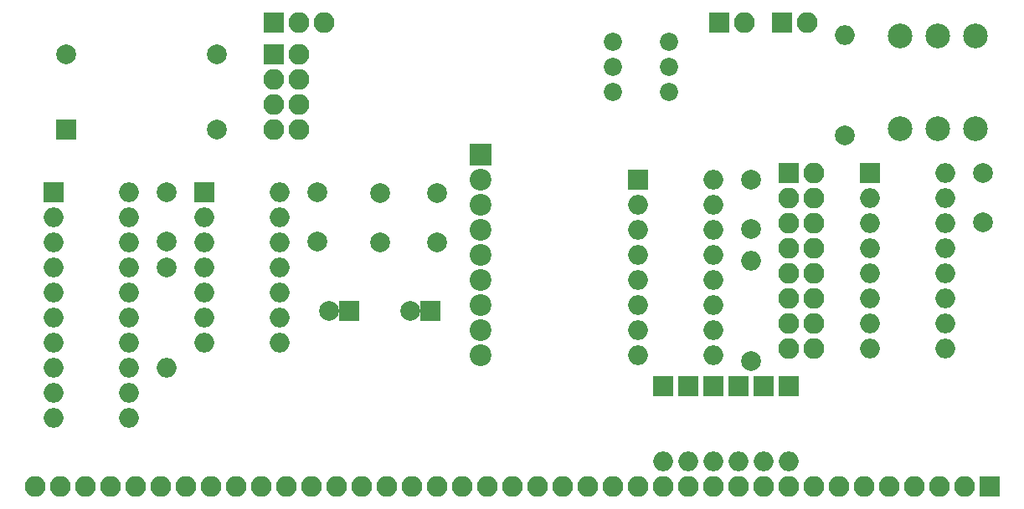
<source format=gbs>
G04 #@! TF.FileFunction,Soldermask,Bot*
%FSLAX46Y46*%
G04 Gerber Fmt 4.6, Leading zero omitted, Abs format (unit mm)*
G04 Created by KiCad (PCBNEW 4.0.6) date 06/14/17 01:05:27*
%MOMM*%
%LPD*%
G01*
G04 APERTURE LIST*
%ADD10C,0.100000*%
%ADD11C,2.000000*%
%ADD12R,2.000000X2.000000*%
%ADD13O,2.000000X2.000000*%
%ADD14R,2.100000X2.100000*%
%ADD15O,2.100000X2.100000*%
%ADD16C,2.500000*%
%ADD17R,2.200000X2.200000*%
%ADD18C,2.200000*%
%ADD19C,1.840000*%
G04 APERTURE END LIST*
D10*
D11*
X213995000Y-101600000D03*
X213995000Y-106600000D03*
D12*
X202565000Y-101600000D03*
D13*
X210185000Y-119380000D03*
X202565000Y-104140000D03*
X210185000Y-116840000D03*
X202565000Y-106680000D03*
X210185000Y-114300000D03*
X202565000Y-109220000D03*
X210185000Y-111760000D03*
X202565000Y-111760000D03*
X210185000Y-109220000D03*
X202565000Y-114300000D03*
X210185000Y-106680000D03*
X202565000Y-116840000D03*
X210185000Y-104140000D03*
X202565000Y-119380000D03*
X210185000Y-101600000D03*
D11*
X146685000Y-103505000D03*
X146685000Y-108505000D03*
X190500000Y-102235000D03*
X190500000Y-107235000D03*
D14*
X214630000Y-133350000D03*
D15*
X212090000Y-133350000D03*
X209550000Y-133350000D03*
X207010000Y-133350000D03*
X204470000Y-133350000D03*
X201930000Y-133350000D03*
X199390000Y-133350000D03*
X196850000Y-133350000D03*
X194310000Y-133350000D03*
X191770000Y-133350000D03*
X189230000Y-133350000D03*
X186690000Y-133350000D03*
X184150000Y-133350000D03*
X181610000Y-133350000D03*
X179070000Y-133350000D03*
X176530000Y-133350000D03*
X173990000Y-133350000D03*
X171450000Y-133350000D03*
X168910000Y-133350000D03*
X166370000Y-133350000D03*
X163830000Y-133350000D03*
X161290000Y-133350000D03*
X158750000Y-133350000D03*
X156210000Y-133350000D03*
X153670000Y-133350000D03*
X151130000Y-133350000D03*
X148590000Y-133350000D03*
X146050000Y-133350000D03*
X143510000Y-133350000D03*
X140970000Y-133350000D03*
X138430000Y-133350000D03*
X135890000Y-133350000D03*
X133350000Y-133350000D03*
X130810000Y-133350000D03*
X128270000Y-133350000D03*
X125730000Y-133350000D03*
X123190000Y-133350000D03*
X120650000Y-133350000D03*
X118110000Y-133350000D03*
D14*
X187325000Y-86360000D03*
D15*
X189865000Y-86360000D03*
D12*
X120015000Y-103505000D03*
D13*
X127635000Y-126365000D03*
X120015000Y-106045000D03*
X127635000Y-123825000D03*
X120015000Y-108585000D03*
X127635000Y-121285000D03*
X120015000Y-111125000D03*
X127635000Y-118745000D03*
X120015000Y-113665000D03*
X127635000Y-116205000D03*
X120015000Y-116205000D03*
X127635000Y-113665000D03*
X120015000Y-118745000D03*
X127635000Y-111125000D03*
X120015000Y-121285000D03*
X127635000Y-108585000D03*
X120015000Y-123825000D03*
X127635000Y-106045000D03*
X120015000Y-126365000D03*
X127635000Y-103505000D03*
D12*
X179070000Y-102235000D03*
D13*
X186690000Y-120015000D03*
X179070000Y-104775000D03*
X186690000Y-117475000D03*
X179070000Y-107315000D03*
X186690000Y-114935000D03*
X179070000Y-109855000D03*
X186690000Y-112395000D03*
X179070000Y-112395000D03*
X186690000Y-109855000D03*
X179070000Y-114935000D03*
X186690000Y-107315000D03*
X179070000Y-117475000D03*
X186690000Y-104775000D03*
X179070000Y-120015000D03*
X186690000Y-102235000D03*
D11*
X158750000Y-108585000D03*
X158750000Y-103585000D03*
D12*
X158115000Y-115570000D03*
D11*
X156115000Y-115570000D03*
X153035000Y-108585000D03*
X153035000Y-103585000D03*
D14*
X193675000Y-86360000D03*
D15*
X196215000Y-86360000D03*
D14*
X194310000Y-101600000D03*
D15*
X196850000Y-101600000D03*
X194310000Y-104140000D03*
X196850000Y-104140000D03*
X194310000Y-106680000D03*
X196850000Y-106680000D03*
X194310000Y-109220000D03*
X196850000Y-109220000D03*
X194310000Y-111760000D03*
X196850000Y-111760000D03*
X194310000Y-114300000D03*
X196850000Y-114300000D03*
X194310000Y-116840000D03*
X196850000Y-116840000D03*
X194310000Y-119380000D03*
X196850000Y-119380000D03*
D12*
X149860000Y-115570000D03*
D11*
X147860000Y-115570000D03*
D12*
X194310000Y-123190000D03*
D13*
X194310000Y-130810000D03*
D12*
X191770000Y-123190000D03*
D13*
X191770000Y-130810000D03*
D12*
X189230000Y-123190000D03*
D13*
X189230000Y-130810000D03*
D12*
X186690000Y-123190000D03*
D13*
X186690000Y-130810000D03*
D12*
X184150000Y-123190000D03*
D13*
X184150000Y-130810000D03*
D12*
X181610000Y-123190000D03*
D13*
X181610000Y-130810000D03*
D16*
X205600000Y-87695000D03*
X209400000Y-87695000D03*
X213200000Y-87695000D03*
X213200000Y-97095000D03*
X209400000Y-97095000D03*
X205600000Y-97095000D03*
D14*
X142240000Y-89535000D03*
D15*
X144780000Y-89535000D03*
X142240000Y-92075000D03*
X144780000Y-92075000D03*
X142240000Y-94615000D03*
X144780000Y-94615000D03*
X142240000Y-97155000D03*
X144780000Y-97155000D03*
D14*
X142240000Y-86360000D03*
D15*
X144780000Y-86360000D03*
X147320000Y-86360000D03*
D11*
X200025000Y-97790000D03*
D13*
X200025000Y-87630000D03*
D11*
X190500000Y-120650000D03*
D13*
X190500000Y-110490000D03*
D12*
X135255000Y-103505000D03*
D13*
X142875000Y-118745000D03*
X135255000Y-106045000D03*
X142875000Y-116205000D03*
X135255000Y-108585000D03*
X142875000Y-113665000D03*
X135255000Y-111125000D03*
X142875000Y-111125000D03*
X135255000Y-113665000D03*
X142875000Y-108585000D03*
X135255000Y-116205000D03*
X142875000Y-106045000D03*
X135255000Y-118745000D03*
X142875000Y-103505000D03*
D12*
X121285000Y-97155000D03*
D11*
X121285000Y-89535000D03*
X136525000Y-89535000D03*
X136525000Y-97155000D03*
X131445000Y-103505000D03*
X131445000Y-108505000D03*
D17*
X163195000Y-99695000D03*
D18*
X163195000Y-102235000D03*
X163195000Y-104775000D03*
X163195000Y-107315000D03*
X163195000Y-109855000D03*
X163195000Y-112395000D03*
X163195000Y-114935000D03*
X163195000Y-117475000D03*
X163195000Y-120015000D03*
D19*
X176530000Y-88265000D03*
X176530000Y-90805000D03*
X176530000Y-93345000D03*
X182245000Y-88265000D03*
X182245000Y-90805000D03*
X182245000Y-93345000D03*
D11*
X131445000Y-111125000D03*
D13*
X131445000Y-121285000D03*
M02*

</source>
